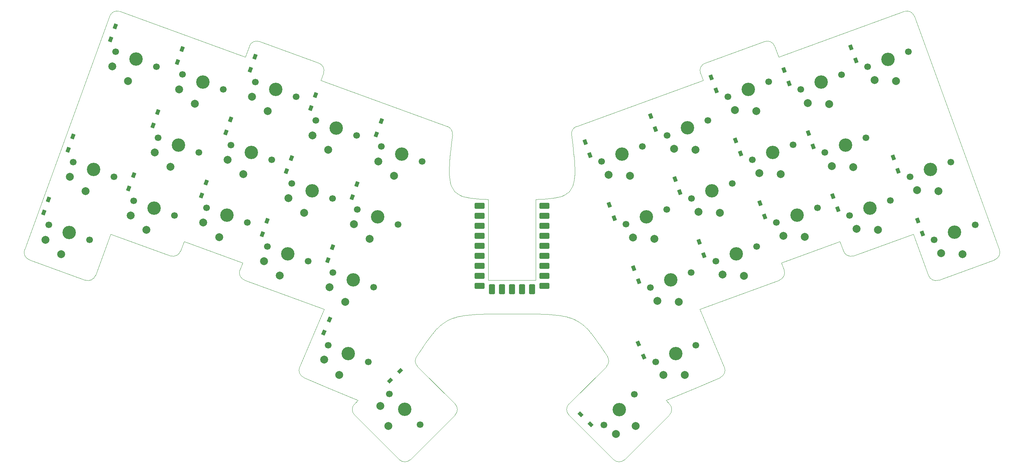
<source format=gbs>
%TF.GenerationSoftware,KiCad,Pcbnew,(6.0.11)*%
%TF.CreationDate,2023-05-16T20:57:38+09:00*%
%TF.ProjectId,gu34,67753334-2e6b-4696-9361-645f70636258,rev?*%
%TF.SameCoordinates,Original*%
%TF.FileFunction,Soldermask,Bot*%
%TF.FilePolarity,Negative*%
%FSLAX46Y46*%
G04 Gerber Fmt 4.6, Leading zero omitted, Abs format (unit mm)*
G04 Created by KiCad (PCBNEW (6.0.11)) date 2023-05-16 20:57:38*
%MOMM*%
%LPD*%
G01*
G04 APERTURE LIST*
G04 Aperture macros list*
%AMRoundRect*
0 Rectangle with rounded corners*
0 $1 Rounding radius*
0 $2 $3 $4 $5 $6 $7 $8 $9 X,Y pos of 4 corners*
0 Add a 4 corners polygon primitive as box body*
4,1,4,$2,$3,$4,$5,$6,$7,$8,$9,$2,$3,0*
0 Add four circle primitives for the rounded corners*
1,1,$1+$1,$2,$3*
1,1,$1+$1,$4,$5*
1,1,$1+$1,$6,$7*
1,1,$1+$1,$8,$9*
0 Add four rect primitives between the rounded corners*
20,1,$1+$1,$2,$3,$4,$5,0*
20,1,$1+$1,$4,$5,$6,$7,0*
20,1,$1+$1,$6,$7,$8,$9,0*
20,1,$1+$1,$8,$9,$2,$3,0*%
%AMRotRect*
0 Rectangle, with rotation*
0 The origin of the aperture is its center*
0 $1 length*
0 $2 width*
0 $3 Rotation angle, in degrees counterclockwise*
0 Add horizontal line*
21,1,$1,$2,0,0,$3*%
G04 Aperture macros list end*
%TA.AperFunction,Profile*%
%ADD10C,0.100000*%
%TD*%
%ADD11C,0.100000*%
%ADD12RotRect,1.300000X0.950000X250.000000*%
%ADD13C,3.400000*%
%ADD14C,1.700000*%
%ADD15C,2.000000*%
%ADD16RotRect,1.300000X0.950000X290.000000*%
%ADD17RotRect,1.300000X0.950000X225.000000*%
%ADD18RotRect,1.300000X0.950000X315.000000*%
%ADD19RotRect,1.300000X0.950000X293.000000*%
%ADD20RoundRect,0.400000X-0.900000X-0.400000X0.900000X-0.400000X0.900000X0.400000X-0.900000X0.400000X0*%
%ADD21RoundRect,0.400050X-0.899950X-0.400050X0.899950X-0.400050X0.899950X0.400050X-0.899950X0.400050X0*%
%ADD22RoundRect,0.400000X-0.400000X-0.900000X0.400000X-0.900000X0.400000X0.900000X-0.400000X0.900000X0*%
%ADD23RoundRect,0.393700X-0.393700X-0.906300X0.393700X-0.906300X0.393700X0.906300X-0.393700X0.906300X0*%
%ADD24RotRect,1.300000X0.950000X247.000000*%
G04 APERTURE END LIST*
D10*
X210582773Y-81577077D02*
X211252397Y-83416855D01*
X88494956Y-108075051D02*
G75*
G03*
X89554561Y-110697548I1841044J-781449D01*
G01*
X95346573Y-113156111D02*
X103289125Y-116527525D01*
X78322834Y-25428801D02*
G75*
G03*
X75759393Y-26624187I-684034J-1879399D01*
G01*
X42954792Y-17793857D02*
G75*
G03*
X40391368Y-18989196I-684042J-1879383D01*
G01*
D11*
X166485012Y-105404977D02*
X165843422Y-104418288D01*
X165235255Y-103493247D01*
X164656430Y-102627865D01*
X164102870Y-101820152D01*
X163570495Y-101068122D01*
X163055227Y-100369784D01*
X162552988Y-99723150D01*
X162059698Y-99126231D01*
X161571279Y-98577040D01*
X161083652Y-98073587D01*
X160592739Y-97613884D01*
X160094461Y-97195942D01*
X159584739Y-96817772D01*
X159059494Y-96477386D01*
X158514648Y-96172795D01*
X157946123Y-95902011D01*
X157349839Y-95663045D01*
X156721718Y-95453908D01*
X156057681Y-95272612D01*
X155353649Y-95117168D01*
X154605545Y-94985587D01*
X153809288Y-94875882D01*
X152960801Y-94786062D01*
X152056005Y-94714140D01*
X151090820Y-94658127D01*
X150061169Y-94616035D01*
X148962973Y-94585874D01*
X147792153Y-94565656D01*
X146544630Y-94553393D01*
X145216326Y-94547096D01*
X143803162Y-94544776D01*
X142301060Y-94544445D01*
D10*
X241647326Y-17793851D02*
X209842120Y-29370000D01*
X148301060Y-86044445D02*
X142301060Y-86044445D01*
X36782901Y-84795311D02*
X40599548Y-74309162D01*
X78322819Y-25428843D02*
X93357901Y-30901165D01*
X244002572Y-74309162D02*
X228850905Y-79823917D01*
D11*
X127212923Y-49078253D02*
X127059566Y-50372382D01*
X126918517Y-51596863D01*
X126791366Y-52753624D01*
X126679703Y-53844590D01*
X126585120Y-54871688D01*
X126509208Y-55836845D01*
X126453558Y-56741987D01*
X126419761Y-57589040D01*
X126409407Y-58379931D01*
X126424088Y-59116586D01*
X126465395Y-59800932D01*
X126534919Y-60434895D01*
X126634251Y-61020401D01*
X126764981Y-61559378D01*
X126928701Y-62053752D01*
X127127002Y-62505448D01*
X127361475Y-62916394D01*
X127633710Y-63288516D01*
X127945300Y-63623740D01*
X128297834Y-63923993D01*
X128692904Y-64191201D01*
X129132100Y-64427291D01*
X129617015Y-64634190D01*
X130149238Y-64813823D01*
X130730361Y-64968117D01*
X131361975Y-65098999D01*
X132045670Y-65208394D01*
X132783039Y-65298230D01*
X133575671Y-65370434D01*
X134425157Y-65426930D01*
X135333090Y-65469647D01*
X136301060Y-65500510D01*
D10*
X210057037Y-85980237D02*
G75*
G03*
X211252397Y-83416855I-683937J1879337D01*
G01*
X136301060Y-65544445D02*
X136301060Y-65500510D01*
X168042215Y-131541016D02*
G75*
G03*
X170870642Y-131541016I1414214J1414215D01*
G01*
X113731478Y-131541016D02*
G75*
G03*
X116559905Y-131541016I1414214J1414215D01*
G01*
X195047559Y-110697548D02*
X189255547Y-113156111D01*
X74019347Y-81577077D02*
X73349723Y-83416855D01*
X148301060Y-65544445D02*
X148301060Y-86044445D01*
X89554561Y-110697548D02*
X95346573Y-113156111D01*
X40391368Y-18989196D02*
X18819580Y-78257197D01*
X94553246Y-33464590D02*
X93883621Y-35304368D01*
X189850290Y-93334940D02*
X196107106Y-108075076D01*
X118117153Y-105405006D02*
G75*
G03*
X118381403Y-107906670I1678447J-1087494D01*
G01*
X247819286Y-84795286D02*
G75*
G03*
X250382644Y-85990656I1879314J683886D01*
G01*
X264587195Y-80820622D02*
X250382644Y-85990656D01*
X93883621Y-35304368D02*
X125911108Y-46961420D01*
X206279301Y-25428843D02*
X191244219Y-30901165D01*
X136301060Y-86044445D02*
X142301060Y-86044445D01*
X103289125Y-116527525D02*
X102417769Y-117398880D01*
X20014925Y-80820622D02*
X34219476Y-85990656D01*
X191244209Y-30901138D02*
G75*
G03*
X190048874Y-33464590I683991J-1879362D01*
G01*
X182184351Y-120227307D02*
X170870642Y-131541016D01*
X156728507Y-117398880D02*
X166220717Y-107906670D01*
X94751830Y-93334940D02*
X88495014Y-108075076D01*
X168042215Y-131541016D02*
X156728507Y-120227307D01*
X210057053Y-85980280D02*
X189850290Y-93334940D01*
X148301060Y-65544445D02*
X148301060Y-65500510D01*
X189255547Y-113156111D02*
X181312995Y-116527525D01*
X94553328Y-33464620D02*
G75*
G03*
X93357901Y-30901165I-1879428J684020D01*
G01*
X182184357Y-120227313D02*
G75*
G03*
X182184351Y-117398880I-1414257J1414213D01*
G01*
X181312995Y-116527525D02*
X182184351Y-117398880D01*
X190048874Y-33464590D02*
X190718499Y-35304368D01*
X18819555Y-78257188D02*
G75*
G03*
X20014925Y-80820622I1879445J-684012D01*
G01*
X42954794Y-17793851D02*
X74760000Y-29370000D01*
X247819219Y-84795311D02*
X244002572Y-74309162D01*
X209842120Y-29370000D02*
X208842727Y-26624187D01*
X226287480Y-78628572D02*
X225398009Y-76184772D01*
X116559905Y-131541016D02*
X127873613Y-120227307D01*
X59204111Y-76184772D02*
X74019347Y-81577077D01*
X208842782Y-26624167D02*
G75*
G03*
X206279301Y-25428843I-1879382J-684033D01*
G01*
X244210828Y-18989168D02*
G75*
G03*
X241647326Y-17793851I-1879428J-684132D01*
G01*
X40599548Y-74309162D02*
X55751215Y-79823917D01*
X225398009Y-76184772D02*
X210582773Y-81577077D01*
X34219463Y-85990692D02*
G75*
G03*
X36782901Y-84795311I684037J1879392D01*
G01*
X136301060Y-65544445D02*
X136301060Y-86044445D01*
D11*
X157389197Y-49078253D02*
X157542553Y-50372382D01*
X157683602Y-51596863D01*
X157810753Y-52753624D01*
X157922416Y-53844590D01*
X158016999Y-54871688D01*
X158092911Y-55836845D01*
X158148561Y-56741987D01*
X158182358Y-57589040D01*
X158192712Y-58379931D01*
X158178031Y-59116586D01*
X158136724Y-59800932D01*
X158067200Y-60434895D01*
X157967868Y-61020401D01*
X157837138Y-61559378D01*
X157673418Y-62053752D01*
X157475117Y-62505448D01*
X157240644Y-62916394D01*
X156968409Y-63288516D01*
X156656819Y-63623740D01*
X156304285Y-63923993D01*
X155909215Y-64191201D01*
X155470019Y-64427291D01*
X154985104Y-64634190D01*
X154452881Y-64813823D01*
X153871758Y-64968117D01*
X153240144Y-65098999D01*
X152556449Y-65208394D01*
X151819080Y-65298230D01*
X151026448Y-65370434D01*
X150176962Y-65426930D01*
X149269029Y-65469647D01*
X148301060Y-65500510D01*
D10*
X244210752Y-18989196D02*
X265782540Y-78257197D01*
X127873613Y-117398880D02*
X118381403Y-107906670D01*
X127873619Y-120227313D02*
G75*
G03*
X127873613Y-117398880I-1414219J1414213D01*
G01*
X264587170Y-80820552D02*
G75*
G03*
X265782540Y-78257197I-683970J1879352D01*
G01*
X158691035Y-46961484D02*
G75*
G03*
X157389197Y-49078253I684065J-1879416D01*
G01*
X74760000Y-29370000D02*
X75759393Y-26624187D01*
X195047539Y-110697500D02*
G75*
G03*
X196107106Y-108075076I-781439J1841000D01*
G01*
X156728513Y-117398886D02*
G75*
G03*
X156728507Y-120227307I1414187J-1414214D01*
G01*
X166220677Y-107906630D02*
G75*
G03*
X166485012Y-105404977I-1414277J1414230D01*
G01*
D11*
X118117108Y-105404977D02*
X118758697Y-104418288D01*
X119366864Y-103493247D01*
X119945689Y-102627865D01*
X120499249Y-101820152D01*
X121031624Y-101068122D01*
X121546892Y-100369784D01*
X122049131Y-99723150D01*
X122542421Y-99126231D01*
X123030840Y-98577040D01*
X123518467Y-98073587D01*
X124009380Y-97613884D01*
X124507658Y-97195942D01*
X125017380Y-96817772D01*
X125542625Y-96477386D01*
X126087471Y-96172795D01*
X126655996Y-95902011D01*
X127252280Y-95663045D01*
X127880401Y-95453908D01*
X128544438Y-95272612D01*
X129248470Y-95117168D01*
X129996574Y-94985587D01*
X130792831Y-94875882D01*
X131641318Y-94786062D01*
X132546115Y-94714140D01*
X133511299Y-94658127D01*
X134540950Y-94616035D01*
X135639146Y-94585874D01*
X136809966Y-94565656D01*
X138057489Y-94553393D01*
X139385793Y-94547096D01*
X140798957Y-94544776D01*
X142301060Y-94544445D01*
D10*
X102417775Y-117398886D02*
G75*
G03*
X102417769Y-120227307I1414225J-1414214D01*
G01*
X55751241Y-79823845D02*
G75*
G03*
X58314640Y-78628572I684059J1879345D01*
G01*
X58314640Y-78628572D02*
X59204111Y-76184772D01*
X127212938Y-49078255D02*
G75*
G03*
X125911108Y-46961420I-1985838J237455D01*
G01*
X190718499Y-35304368D02*
X158691012Y-46961420D01*
X102417769Y-120227307D02*
X113731478Y-131541016D01*
X226287504Y-78628563D02*
G75*
G03*
X228850905Y-79823917I1879396J684063D01*
G01*
X74545067Y-85980280D02*
X94751830Y-93334940D01*
X73349724Y-83416855D02*
G75*
G03*
X74545067Y-85980280I1879376J-684045D01*
G01*
D12*
%TO.C,D2*%
X58737086Y-27342046D03*
X57522914Y-30677954D03*
%TD*%
D13*
%TO.C,SW18*%
X208340000Y-53540000D03*
D14*
X203171691Y-55421111D03*
X213508309Y-51658889D03*
D15*
X210357919Y-59084186D03*
X204941213Y-58820933D03*
%TD*%
D14*
%TO.C,SW33*%
X173329087Y-114950913D03*
X165550913Y-122729087D03*
D13*
X169440000Y-118840000D03*
D15*
X173611930Y-123011930D03*
X168591472Y-125062540D03*
%TD*%
D13*
%TO.C,SW7*%
X186790000Y-47350000D03*
D14*
X191958309Y-45468889D03*
X181621691Y-49231111D03*
D15*
X188807919Y-52894186D03*
X183391213Y-52630933D03*
%TD*%
D12*
%TO.C,D3*%
X77217086Y-29242046D03*
X76002914Y-32577954D03*
%TD*%
D16*
%TO.C,D30*%
X245082914Y-70822046D03*
X246297086Y-74157954D03*
%TD*%
D17*
%TO.C,D32*%
X113925115Y-109024885D03*
X111414885Y-111535115D03*
%TD*%
D14*
%TO.C,SW16*%
X181508309Y-68048889D03*
D13*
X176340000Y-69930000D03*
D14*
X171171691Y-71811111D03*
D15*
X178357919Y-75474186D03*
X172941213Y-75210933D03*
%TD*%
D12*
%TO.C,D1*%
X41837086Y-21562046D03*
X40622914Y-24897954D03*
%TD*%
D14*
%TO.C,SW19*%
X231928309Y-49858889D03*
D13*
X226760000Y-51740000D03*
D14*
X221591691Y-53621111D03*
D15*
X228777919Y-57284186D03*
X223361213Y-57020933D03*
%TD*%
D16*
%TO.C,D16*%
X166962914Y-66892046D03*
X168177086Y-70227954D03*
%TD*%
D14*
%TO.C,SW31*%
X105902777Y-106779021D03*
X95777223Y-102480979D03*
D13*
X100840000Y-104630000D03*
D15*
X98534686Y-110060979D03*
X94752697Y-106174263D03*
%TD*%
D13*
%TO.C,SW2*%
X63970000Y-35690000D03*
D14*
X58801691Y-33808889D03*
X69138309Y-37571111D03*
D15*
X61952081Y-41234186D03*
X57971860Y-37550731D03*
%TD*%
D12*
%TO.C,D22*%
X46417086Y-59372046D03*
X45202914Y-62707954D03*
%TD*%
D13*
%TO.C,SW1*%
X47060000Y-29910000D03*
D14*
X41891691Y-28028889D03*
X52228309Y-31791111D03*
D15*
X45042081Y-35454186D03*
X41061860Y-31770731D03*
%TD*%
D18*
%TO.C,D33*%
X159654885Y-120074885D03*
X162165115Y-122585115D03*
%TD*%
D14*
%TO.C,SW5*%
X119568309Y-55861111D03*
X109231691Y-52098889D03*
D13*
X114400000Y-53980000D03*
D15*
X112382081Y-59524186D03*
X108401860Y-55840731D03*
%TD*%
D12*
%TO.C,D23*%
X64867086Y-61162046D03*
X63652914Y-64497954D03*
%TD*%
%TO.C,D25*%
X96847086Y-77592046D03*
X95632914Y-80927954D03*
%TD*%
D13*
%TO.C,SW28*%
X214481691Y-69491111D03*
D14*
X219650000Y-67610000D03*
X209313382Y-71372222D03*
D15*
X216499610Y-75035297D03*
X211082904Y-74772044D03*
%TD*%
D14*
%TO.C,SW27*%
X204248309Y-77448889D03*
D13*
X199080000Y-79330000D03*
D14*
X193911691Y-81211111D03*
D15*
X201097919Y-84874186D03*
X195681213Y-84610933D03*
%TD*%
D12*
%TO.C,D12*%
X52567086Y-43372046D03*
X51352914Y-46707954D03*
%TD*%
D14*
%TO.C,SW21*%
X35288309Y-75751111D03*
X24951691Y-71988889D03*
D13*
X30120000Y-73870000D03*
D15*
X28102081Y-79414186D03*
X24121860Y-75730731D03*
%TD*%
D16*
%TO.C,D19*%
X217392914Y-48712046D03*
X218607086Y-52047954D03*
%TD*%
D19*
%TO.C,D34*%
X174276452Y-102096104D03*
X175663548Y-105363896D03*
%TD*%
D14*
%TO.C,SW25*%
X96921691Y-84058889D03*
X107258309Y-87821111D03*
D13*
X102090000Y-85940000D03*
D15*
X100072081Y-91484186D03*
X96091860Y-87800731D03*
%TD*%
D12*
%TO.C,D21*%
X24897086Y-65522046D03*
X23682914Y-68857954D03*
%TD*%
D16*
%TO.C,D20*%
X238902914Y-54862046D03*
X240117086Y-58197954D03*
%TD*%
D12*
%TO.C,D14*%
X86407086Y-55012046D03*
X85192914Y-58347954D03*
%TD*%
D16*
%TO.C,D27*%
X189722914Y-76292046D03*
X190937086Y-79627954D03*
%TD*%
D12*
%TO.C,D24*%
X80257086Y-70972046D03*
X79042914Y-74307954D03*
%TD*%
%TO.C,D5*%
X109167086Y-45642046D03*
X107952914Y-48977954D03*
%TD*%
D16*
%TO.C,D28*%
X205102914Y-66462046D03*
X206317086Y-69797954D03*
%TD*%
D14*
%TO.C,SW32*%
X119039087Y-122689087D03*
D13*
X115150000Y-118800000D03*
D14*
X111260913Y-114910913D03*
D15*
X110978070Y-122971930D03*
X108927460Y-117951472D03*
%TD*%
D13*
%TO.C,SW11*%
X36280000Y-57900000D03*
D14*
X31111691Y-56018889D03*
X41448309Y-59781111D03*
D15*
X34262081Y-63444186D03*
X30281860Y-59760731D03*
%TD*%
D16*
%TO.C,D6*%
X160822914Y-50962046D03*
X162037086Y-54297954D03*
%TD*%
D12*
%TO.C,D11*%
X31057086Y-49542046D03*
X29842914Y-52877954D03*
%TD*%
D13*
%TO.C,SW14*%
X91640000Y-63360000D03*
D14*
X96808309Y-65241111D03*
X86471691Y-61478889D03*
D15*
X89622081Y-68904186D03*
X85641860Y-65220731D03*
%TD*%
D13*
%TO.C,SW3*%
X82450000Y-37580000D03*
D14*
X77281691Y-35698889D03*
X87618309Y-39461111D03*
D15*
X80432081Y-43124186D03*
X76451860Y-39440731D03*
%TD*%
D16*
%TO.C,D26*%
X173142914Y-82922046D03*
X174357086Y-86257954D03*
%TD*%
D14*
%TO.C,SW12*%
X62979637Y-53595866D03*
D13*
X57811328Y-51714755D03*
D14*
X52643019Y-49833644D03*
D15*
X55793409Y-57258941D03*
X51813188Y-53575486D03*
%TD*%
D12*
%TO.C,D13*%
X71047086Y-45202046D03*
X69832914Y-48537954D03*
%TD*%
D16*
%TO.C,D8*%
X192792914Y-34492046D03*
X194007086Y-37827954D03*
%TD*%
D14*
%TO.C,SW9*%
X215471691Y-37611111D03*
D13*
X220640000Y-35730000D03*
D14*
X225808309Y-33848889D03*
D15*
X222657919Y-41274186D03*
X217241213Y-41010933D03*
%TD*%
D14*
%TO.C,SW20*%
X253448309Y-56008889D03*
D13*
X248280000Y-57890000D03*
D14*
X243111691Y-59771111D03*
D15*
X250297919Y-63434186D03*
X244881213Y-63170933D03*
%TD*%
D14*
%TO.C,SW15*%
X103101691Y-68078889D03*
X113438309Y-71841111D03*
D13*
X108270000Y-69960000D03*
D15*
X106252081Y-75504186D03*
X102271860Y-71820731D03*
%TD*%
D16*
%TO.C,D17*%
X183592914Y-60322046D03*
X184807086Y-63657954D03*
%TD*%
D20*
%TO.C,RZ1*%
X150505000Y-67135000D03*
X150505000Y-69675000D03*
X150505000Y-72215000D03*
X150505000Y-74755000D03*
X150505000Y-77295000D03*
D21*
X150505000Y-79835000D03*
X150505000Y-82375000D03*
X150505000Y-84915000D03*
X150505000Y-87455000D03*
D22*
X147365000Y-88265000D03*
D23*
X144825000Y-88265000D03*
X142285000Y-88265000D03*
X139745000Y-88265000D03*
X137205000Y-88265000D03*
D21*
X134065000Y-87455000D03*
X134065000Y-84915000D03*
X134065000Y-82375000D03*
X134065000Y-79835000D03*
X134065000Y-77295000D03*
X134065000Y-74755000D03*
X134065000Y-72215000D03*
X134065000Y-69675000D03*
X134065000Y-67135000D03*
%TD*%
D13*
%TO.C,SW34*%
X183780000Y-104630000D03*
D14*
X188842777Y-102480979D03*
X178717223Y-106779021D03*
D15*
X186085314Y-110060979D03*
X180662254Y-110081574D03*
%TD*%
D14*
%TO.C,SW22*%
X56828309Y-69591111D03*
D13*
X51660000Y-67710000D03*
D14*
X46491691Y-65828889D03*
D15*
X49642081Y-73254186D03*
X45661860Y-69570731D03*
%TD*%
D13*
%TO.C,SW8*%
X202170000Y-37540000D03*
D14*
X197001691Y-39421111D03*
X207338309Y-35658889D03*
D15*
X204187919Y-43084186D03*
X198771213Y-42820933D03*
%TD*%
D14*
%TO.C,SW4*%
X92613019Y-45493644D03*
X102949637Y-49255866D03*
D13*
X97781328Y-47374755D03*
D15*
X95763409Y-52918941D03*
X91783188Y-49235486D03*
%TD*%
D16*
%TO.C,D9*%
X211252914Y-32682046D03*
X212467086Y-36017954D03*
%TD*%
D12*
%TO.C,D4*%
X92547086Y-39022046D03*
X91332914Y-42357954D03*
%TD*%
D13*
%TO.C,SW30*%
X254440000Y-73850000D03*
D14*
X249271691Y-75731111D03*
X259608309Y-71968889D03*
D15*
X256457919Y-79394186D03*
X251041213Y-79130933D03*
%TD*%
D16*
%TO.C,D7*%
X177412914Y-44322046D03*
X178627086Y-47657954D03*
%TD*%
D13*
%TO.C,SW13*%
X76281328Y-53564755D03*
D14*
X81449637Y-55445866D03*
X71113019Y-51683644D03*
D15*
X74263409Y-59108941D03*
X70283188Y-55425486D03*
%TD*%
D13*
%TO.C,SW24*%
X85480000Y-79320000D03*
D14*
X90648309Y-81201111D03*
X80311691Y-77438889D03*
D15*
X83462081Y-84864186D03*
X79481860Y-81180731D03*
%TD*%
D16*
%TO.C,D29*%
X223612914Y-64672046D03*
X224827086Y-68007954D03*
%TD*%
%TO.C,D18*%
X198972914Y-50512046D03*
X200187086Y-53847954D03*
%TD*%
D14*
%TO.C,SW10*%
X232381691Y-31801111D03*
D13*
X237550000Y-29920000D03*
D14*
X242718309Y-28038889D03*
D15*
X239567919Y-35464186D03*
X234151213Y-35200933D03*
%TD*%
D24*
%TO.C,D31*%
X96063548Y-96016104D03*
X94676452Y-99283896D03*
%TD*%
D16*
%TO.C,D10*%
X228192914Y-26882046D03*
X229407086Y-30217954D03*
%TD*%
D14*
%TO.C,SW17*%
X198128309Y-61478889D03*
D13*
X192960000Y-63360000D03*
D14*
X187791691Y-65241111D03*
D15*
X194977919Y-68904186D03*
X189561213Y-68640933D03*
%TD*%
D14*
%TO.C,SW23*%
X75278309Y-71401111D03*
D13*
X70110000Y-69520000D03*
D14*
X64941691Y-67638889D03*
D15*
X68092081Y-75064186D03*
X64111860Y-71380731D03*
%TD*%
D14*
%TO.C,SW26*%
X177341691Y-87831111D03*
D13*
X182510000Y-85950000D03*
D14*
X187678309Y-84068889D03*
D15*
X184527919Y-91494186D03*
X179111213Y-91230933D03*
%TD*%
D12*
%TO.C,D15*%
X103047086Y-61622046D03*
X101832914Y-64957954D03*
%TD*%
D14*
%TO.C,SW29*%
X238138309Y-65808889D03*
X227801691Y-69571111D03*
D13*
X232970000Y-67690000D03*
D15*
X234987919Y-73234186D03*
X229571213Y-72970933D03*
%TD*%
D13*
%TO.C,SW6*%
X170190000Y-53980000D03*
D14*
X165021691Y-55861111D03*
X175358309Y-52098889D03*
D15*
X172207919Y-59524186D03*
X166791213Y-59260933D03*
%TD*%
M02*

</source>
